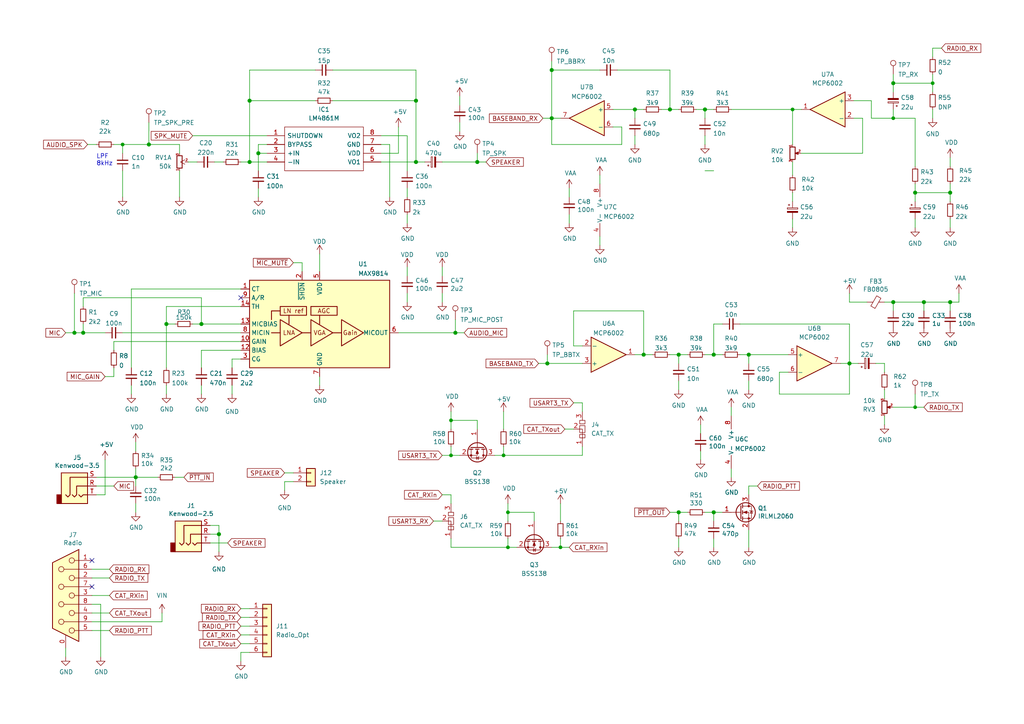
<source format=kicad_sch>
(kicad_sch (version 20230121) (generator eeschema)
  (paper "A4")
  (junction (at 130.81 121.92))
  (junction (at 275.59 87.63) (diameter 1.016))
  (junction (at 74.93 44.45) (diameter 1.016))
  (junction (at 196.85 102.87) (diameter 1.016))
  (junction (at 186.69 102.87) (diameter 1.016))
  (junction (at 24.13 96.52) (diameter 1.016))
  (junction (at 259.08 87.63) (diameter 1.016))
  (junction (at 21.59 96.52) (diameter 1.016))
  (junction (at 132.08 96.52) (diameter 1.016))
  (junction (at 259.08 24.13) (diameter 1.016))
  (junction (at 162.56 158.75))
  (junction (at 120.65 46.99) (diameter 1.016))
  (junction (at 275.59 55.88) (diameter 1.016))
  (junction (at 146.05 132.08))
  (junction (at 147.32 148.59))
  (junction (at 35.56 41.91))
  (junction (at 265.43 55.88) (diameter 1.016))
  (junction (at 246.38 105.41) (diameter 1.016))
  (junction (at 207.01 102.87) (diameter 1.016))
  (junction (at 160.02 34.29) (diameter 1.016))
  (junction (at 48.26 93.98) (diameter 1.016))
  (junction (at 267.97 87.63) (diameter 1.016))
  (junction (at 43.18 41.91) (diameter 1.016))
  (junction (at 147.32 158.75))
  (junction (at 229.87 31.75))
  (junction (at 158.75 105.41) (diameter 1.016))
  (junction (at 63.5 154.94) (diameter 1.016))
  (junction (at 160.02 20.32) (diameter 1.016))
  (junction (at 207.01 148.59) (diameter 1.016))
  (junction (at 184.15 31.75) (diameter 1.016))
  (junction (at 204.47 31.75) (diameter 1.016))
  (junction (at 217.17 102.87) (diameter 1.016))
  (junction (at 72.39 46.99) (diameter 1.016))
  (junction (at 130.81 132.08))
  (junction (at 138.43 46.99) (diameter 1.016))
  (junction (at 270.51 24.13))
  (junction (at 196.85 148.59) (diameter 1.016))
  (junction (at 39.37 138.43) (diameter 1.016))
  (junction (at 72.39 29.21) (diameter 1.016))
  (junction (at 194.31 31.75) (diameter 1.016))
  (junction (at 265.43 118.11))
  (junction (at 259.08 34.29))
  (junction (at 120.65 29.21) (diameter 1.016))
  (junction (at 58.42 93.98) (diameter 1.016))
  (no_connect (at 26.67 170.18))
  (no_connect (at 26.67 162.56))
  (no_connect (at 69.85 86.36))
  (wire (pts (xy 48.26 93.98) (xy 50.8 93.98)))
  (wire (pts (xy 69.85 179.07) (xy 72.39 179.07)))
  (wire (pts (xy 128.27 143.51) (xy 130.81 143.51)))
  (wire (pts (xy 19.05 187.96) (xy 19.05 190.5)))
  (wire (pts (xy 179.07 20.32) (xy 194.31 20.32)))
  (wire (pts (xy 217.17 102.87) (xy 228.6 102.87)))
  (wire (pts (xy 29.21 175.26) (xy 29.21 190.5)))
  (wire (pts (xy 27.94 138.43) (xy 39.37 138.43)))
  (wire (pts (xy 147.32 146.05) (xy 147.32 148.59)))
  (wire (pts (xy 154.94 148.59) (xy 154.94 151.13)))
  (wire (pts (xy 246.38 105.41) (xy 248.92 105.41)))
  (wire (pts (xy 265.43 114.3) (xy 265.43 118.11)))
  (wire (pts (xy 196.85 148.59) (xy 199.39 148.59)))
  (wire (pts (xy 69.85 189.23) (xy 69.85 191.77)))
  (wire (pts (xy 250.19 34.29) (xy 247.65 34.29)))
  (wire (pts (xy 143.51 132.08) (xy 146.05 132.08)))
  (wire (pts (xy 74.93 44.45) (xy 74.93 49.53)))
  (wire (pts (xy 160.02 34.29) (xy 160.02 41.91)))
  (wire (pts (xy 160.02 41.91) (xy 180.34 41.91)))
  (wire (pts (xy 180.34 36.83) (xy 177.8 36.83)))
  (wire (pts (xy 180.34 41.91) (xy 180.34 36.83)))
  (wire (pts (xy 82.55 139.7) (xy 85.09 139.7)))
  (wire (pts (xy 247.65 29.21) (xy 252.73 29.21)))
  (wire (pts (xy 273.05 13.97) (xy 270.51 13.97)))
  (wire (pts (xy 275.59 87.63) (xy 278.13 87.63)))
  (wire (pts (xy 72.39 20.32) (xy 72.39 29.21)))
  (wire (pts (xy 72.39 29.21) (xy 72.39 46.99)))
  (wire (pts (xy 82.55 142.24) (xy 82.55 139.7)))
  (wire (pts (xy 229.87 31.75) (xy 232.41 31.75)))
  (wire (pts (xy 133.35 27.94) (xy 133.35 30.48)))
  (wire (pts (xy 58.42 111.76) (xy 58.42 114.3)))
  (wire (pts (xy 184.15 39.37) (xy 184.15 41.91)))
  (wire (pts (xy 168.91 129.54) (xy 168.91 132.08)))
  (wire (pts (xy 162.56 158.75) (xy 165.1 158.75)))
  (wire (pts (xy 184.15 31.75) (xy 184.15 34.29)))
  (wire (pts (xy 177.8 31.75) (xy 184.15 31.75)))
  (wire (pts (xy 26.67 165.1) (xy 31.75 165.1)))
  (wire (pts (xy 275.59 63.5) (xy 275.59 66.04)))
  (wire (pts (xy 130.81 143.51) (xy 130.81 146.05)))
  (wire (pts (xy 128.27 132.08) (xy 130.81 132.08)))
  (wire (pts (xy 250.19 34.29) (xy 250.19 44.45)))
  (wire (pts (xy 62.23 46.99) (xy 64.77 46.99)))
  (wire (pts (xy 33.02 106.68) (xy 33.02 109.22)))
  (wire (pts (xy 160.02 34.29) (xy 160.02 20.32)))
  (wire (pts (xy 26.67 182.88) (xy 31.75 182.88)))
  (wire (pts (xy 60.96 154.94) (xy 63.5 154.94)))
  (wire (pts (xy 35.56 41.91) (xy 43.18 41.91)))
  (wire (pts (xy 130.81 132.08) (xy 133.35 132.08)))
  (wire (pts (xy 43.18 41.91) (xy 52.07 41.91)))
  (wire (pts (xy 52.07 44.45) (xy 52.07 41.91)))
  (wire (pts (xy 26.67 167.64) (xy 31.75 167.64)))
  (wire (pts (xy 256.54 87.63) (xy 259.08 87.63)))
  (wire (pts (xy 85.09 76.2) (xy 87.63 76.2)))
  (wire (pts (xy 87.63 78.74) (xy 87.63 76.2)))
  (wire (pts (xy 21.59 96.52) (xy 24.13 96.52)))
  (wire (pts (xy 19.05 96.52) (xy 21.59 96.52)))
  (wire (pts (xy 275.59 87.63) (xy 275.59 90.17)))
  (wire (pts (xy 217.17 153.67) (xy 217.17 158.75)))
  (wire (pts (xy 69.85 176.53) (xy 72.39 176.53)))
  (wire (pts (xy 33.02 99.06) (xy 69.85 99.06)))
  (wire (pts (xy 160.02 34.29) (xy 162.56 34.29)))
  (wire (pts (xy 157.48 34.29) (xy 160.02 34.29)))
  (wire (pts (xy 146.05 132.08) (xy 146.05 129.54)))
  (wire (pts (xy 163.83 124.46) (xy 166.37 124.46)))
  (wire (pts (xy 26.67 175.26) (xy 29.21 175.26)))
  (wire (pts (xy 128.27 77.47) (xy 128.27 80.01)))
  (wire (pts (xy 26.67 177.8) (xy 31.75 177.8)))
  (wire (pts (xy 229.87 31.75) (xy 229.87 41.91)))
  (wire (pts (xy 203.2 130.81) (xy 203.2 133.35)))
  (wire (pts (xy 118.11 77.47) (xy 118.11 80.01)))
  (wire (pts (xy 25.4 41.91) (xy 27.94 41.91)))
  (wire (pts (xy 204.47 148.59) (xy 207.01 148.59)))
  (wire (pts (xy 259.08 87.63) (xy 259.08 90.17)))
  (wire (pts (xy 48.26 111.76) (xy 48.26 114.3)))
  (wire (pts (xy 43.18 35.56) (xy 43.18 41.91)))
  (wire (pts (xy 173.99 50.8) (xy 173.99 53.34)))
  (wire (pts (xy 58.42 93.98) (xy 69.85 93.98)))
  (wire (pts (xy 55.88 93.98) (xy 58.42 93.98)))
  (wire (pts (xy 132.08 96.52) (xy 132.08 92.71)))
  (wire (pts (xy 134.62 96.52) (xy 132.08 96.52)))
  (wire (pts (xy 201.93 31.75) (xy 204.47 31.75)))
  (wire (pts (xy 204.47 31.75) (xy 204.47 34.29)))
  (wire (pts (xy 55.88 39.37) (xy 77.47 39.37)))
  (wire (pts (xy 265.43 53.34) (xy 265.43 55.88)))
  (wire (pts (xy 265.43 55.88) (xy 265.43 58.42)))
  (wire (pts (xy 256.54 120.65) (xy 256.54 123.19)))
  (wire (pts (xy 38.1 83.82) (xy 38.1 106.68)))
  (wire (pts (xy 69.85 83.82) (xy 38.1 83.82)))
  (wire (pts (xy 24.13 86.36) (xy 58.42 86.36)))
  (wire (pts (xy 196.85 110.49) (xy 196.85 113.03)))
  (wire (pts (xy 26.67 172.72) (xy 31.75 172.72)))
  (wire (pts (xy 254 105.41) (xy 256.54 105.41)))
  (wire (pts (xy 54.61 46.99) (xy 57.15 46.99)))
  (wire (pts (xy 246.38 87.63) (xy 246.38 85.09)))
  (wire (pts (xy 147.32 158.75) (xy 149.86 158.75)))
  (wire (pts (xy 96.52 29.21) (xy 120.65 29.21)))
  (wire (pts (xy 194.31 148.59) (xy 196.85 148.59)))
  (wire (pts (xy 39.37 135.89) (xy 39.37 138.43)))
  (wire (pts (xy 67.31 104.14) (xy 67.31 106.68)))
  (wire (pts (xy 69.85 104.14) (xy 67.31 104.14)))
  (wire (pts (xy 92.71 73.66) (xy 92.71 78.74)))
  (wire (pts (xy 165.1 54.61) (xy 165.1 57.15)))
  (wire (pts (xy 35.56 49.53) (xy 35.56 57.15)))
  (wire (pts (xy 212.09 118.11) (xy 212.09 120.65)))
  (wire (pts (xy 120.65 46.99) (xy 123.19 46.99)))
  (wire (pts (xy 130.81 129.54) (xy 130.81 132.08)))
  (wire (pts (xy 72.39 189.23) (xy 69.85 189.23)))
  (wire (pts (xy 196.85 102.87) (xy 196.85 105.41)))
  (wire (pts (xy 252.73 34.29) (xy 259.08 34.29)))
  (wire (pts (xy 24.13 86.36) (xy 24.13 88.9)))
  (wire (pts (xy 118.11 62.23) (xy 118.11 64.77)))
  (wire (pts (xy 217.17 102.87) (xy 217.17 105.41)))
  (wire (pts (xy 214.63 102.87) (xy 217.17 102.87)))
  (wire (pts (xy 270.51 24.13) (xy 270.51 26.67)))
  (wire (pts (xy 259.08 87.63) (xy 267.97 87.63)))
  (wire (pts (xy 50.8 138.43) (xy 53.34 138.43)))
  (wire (pts (xy 138.43 46.99) (xy 138.43 44.45)))
  (wire (pts (xy 140.97 46.99) (xy 138.43 46.99)))
  (wire (pts (xy 191.77 31.75) (xy 194.31 31.75)))
  (wire (pts (xy 194.31 31.75) (xy 196.85 31.75)))
  (wire (pts (xy 196.85 151.13) (xy 196.85 148.59)))
  (wire (pts (xy 212.09 138.43) (xy 212.09 135.89)))
  (wire (pts (xy 128.27 46.99) (xy 138.43 46.99)))
  (wire (pts (xy 160.02 20.32) (xy 173.99 20.32)))
  (wire (pts (xy 166.37 116.84) (xy 168.91 116.84)))
  (wire (pts (xy 194.31 102.87) (xy 196.85 102.87)))
  (wire (pts (xy 196.85 102.87) (xy 199.39 102.87)))
  (wire (pts (xy 207.01 102.87) (xy 207.01 93.98)))
  (wire (pts (xy 207.01 93.98) (xy 209.55 93.98)))
  (wire (pts (xy 35.56 96.52) (xy 69.85 96.52)))
  (wire (pts (xy 259.08 24.13) (xy 270.51 24.13)))
  (wire (pts (xy 259.08 26.67) (xy 259.08 24.13)))
  (wire (pts (xy 267.97 87.63) (xy 275.59 87.63)))
  (wire (pts (xy 118.11 85.09) (xy 118.11 87.63)))
  (wire (pts (xy 63.5 154.94) (xy 63.5 160.02)))
  (wire (pts (xy 229.87 46.99) (xy 229.87 50.8)))
  (wire (pts (xy 39.37 138.43) (xy 39.37 140.97)))
  (wire (pts (xy 26.67 180.34) (xy 46.99 180.34)))
  (wire (pts (xy 204.47 39.37) (xy 204.47 41.91)))
  (wire (pts (xy 207.01 102.87) (xy 209.55 102.87)))
  (wire (pts (xy 204.47 102.87) (xy 207.01 102.87)))
  (wire (pts (xy 259.08 34.29) (xy 259.08 31.75)))
  (wire (pts (xy 38.1 111.76) (xy 38.1 114.3)))
  (wire (pts (xy 146.05 119.38) (xy 146.05 124.46)))
  (wire (pts (xy 217.17 140.97) (xy 219.71 140.97)))
  (wire (pts (xy 229.87 63.5) (xy 229.87 66.04)))
  (wire (pts (xy 259.08 21.59) (xy 259.08 24.13)))
  (wire (pts (xy 207.01 148.59) (xy 209.55 148.59)))
  (wire (pts (xy 226.06 107.95) (xy 226.06 114.3)))
  (wire (pts (xy 226.06 114.3) (xy 246.38 114.3)))
  (wire (pts (xy 228.6 107.95) (xy 226.06 107.95)))
  (wire (pts (xy 246.38 105.41) (xy 243.84 105.41)))
  (wire (pts (xy 246.38 114.3) (xy 246.38 105.41)))
  (wire (pts (xy 168.91 116.84) (xy 168.91 119.38)))
  (wire (pts (xy 203.2 123.19) (xy 203.2 125.73)))
  (wire (pts (xy 173.99 68.58) (xy 173.99 71.12)))
  (wire (pts (xy 217.17 143.51) (xy 217.17 140.97)))
  (wire (pts (xy 133.35 35.56) (xy 133.35 38.1)))
  (wire (pts (xy 229.87 55.88) (xy 229.87 58.42)))
  (wire (pts (xy 275.59 53.34) (xy 275.59 55.88)))
  (wire (pts (xy 35.56 41.91) (xy 35.56 44.45)))
  (wire (pts (xy 46.99 177.8) (xy 46.99 180.34)))
  (wire (pts (xy 128.27 85.09) (xy 128.27 87.63)))
  (wire (pts (xy 252.73 29.21) (xy 252.73 34.29)))
  (wire (pts (xy 270.51 31.75) (xy 270.51 34.29)))
  (wire (pts (xy 110.49 39.37) (xy 118.11 39.37)))
  (wire (pts (xy 118.11 39.37) (xy 118.11 49.53)))
  (wire (pts (xy 212.09 31.75) (xy 229.87 31.75)))
  (wire (pts (xy 184.15 31.75) (xy 186.69 31.75)))
  (wire (pts (xy 251.46 87.63) (xy 246.38 87.63)))
  (wire (pts (xy 194.31 20.32) (xy 194.31 31.75)))
  (wire (pts (xy 196.85 156.21) (xy 196.85 158.75)))
  (wire (pts (xy 27.94 140.97) (xy 33.02 140.97)))
  (wire (pts (xy 39.37 138.43) (xy 45.72 138.43)))
  (wire (pts (xy 60.96 152.4) (xy 63.5 152.4)))
  (wire (pts (xy 63.5 152.4) (xy 63.5 154.94)))
  (wire (pts (xy 72.39 46.99) (xy 77.47 46.99)))
  (wire (pts (xy 69.85 46.99) (xy 72.39 46.99)))
  (wire (pts (xy 69.85 181.61) (xy 72.39 181.61)))
  (wire (pts (xy 39.37 128.27) (xy 39.37 130.81)))
  (wire (pts (xy 265.43 118.11) (xy 267.97 118.11)))
  (wire (pts (xy 267.97 87.63) (xy 267.97 90.17)))
  (wire (pts (xy 125.73 151.13) (xy 128.27 151.13)))
  (wire (pts (xy 147.32 156.21) (xy 147.32 158.75)))
  (wire (pts (xy 165.1 62.23) (xy 165.1 64.77)))
  (wire (pts (xy 21.59 85.09) (xy 21.59 96.52)))
  (wire (pts (xy 217.17 110.49) (xy 217.17 113.03)))
  (wire (pts (xy 160.02 158.75) (xy 162.56 158.75)))
  (wire (pts (xy 115.57 96.52) (xy 132.08 96.52)))
  (wire (pts (xy 278.13 87.63) (xy 278.13 85.09)))
  (wire (pts (xy 207.01 148.59) (xy 207.01 151.13)))
  (wire (pts (xy 265.43 34.29) (xy 259.08 34.29)))
  (wire (pts (xy 110.49 46.99) (xy 120.65 46.99)))
  (wire (pts (xy 138.43 121.92) (xy 138.43 124.46)))
  (wire (pts (xy 52.07 49.53) (xy 52.07 57.15)))
  (wire (pts (xy 147.32 148.59) (xy 154.94 148.59)))
  (wire (pts (xy 27.94 143.51) (xy 30.48 143.51)))
  (wire (pts (xy 72.39 29.21) (xy 91.44 29.21)))
  (wire (pts (xy 58.42 93.98) (xy 58.42 86.36)))
  (wire (pts (xy 33.02 41.91) (xy 35.56 41.91)))
  (wire (pts (xy 77.47 44.45) (xy 74.93 44.45)))
  (wire (pts (xy 74.93 41.91) (xy 77.47 41.91)))
  (wire (pts (xy 74.93 44.45) (xy 74.93 41.91)))
  (wire (pts (xy 58.42 101.6) (xy 58.42 106.68)))
  (wire (pts (xy 69.85 101.6) (xy 58.42 101.6)))
  (wire (pts (xy 92.71 109.22) (xy 92.71 111.76)))
  (wire (pts (xy 67.31 111.76) (xy 67.31 114.3)))
  (wire (pts (xy 130.81 156.21) (xy 130.81 158.75)))
  (wire (pts (xy 275.59 45.72) (xy 275.59 48.26)))
  (wire (pts (xy 72.39 20.32) (xy 91.44 20.32)))
  (wire (pts (xy 160.02 17.78) (xy 160.02 20.32)))
  (wire (pts (xy 186.69 102.87) (xy 184.15 102.87)))
  (wire (pts (xy 186.69 90.17) (xy 186.69 102.87)))
  (wire (pts (xy 166.37 90.17) (xy 186.69 90.17)))
  (wire (pts (xy 168.91 100.33) (xy 166.37 100.33)))
  (wire (pts (xy 166.37 100.33) (xy 166.37 90.17)))
  (wire (pts (xy 158.75 105.41) (xy 168.91 105.41)))
  (wire (pts (xy 270.51 21.59) (xy 270.51 24.13)))
  (wire (pts (xy 96.52 20.32) (xy 120.65 20.32)))
  (wire (pts (xy 120.65 20.32) (xy 120.65 29.21)))
  (wire (pts (xy 120.65 29.21) (xy 120.65 46.99)))
  (wire (pts (xy 265.43 63.5) (xy 265.43 66.04)))
  (wire (pts (xy 130.81 158.75) (xy 147.32 158.75)))
  (wire (pts (xy 130.81 119.38) (xy 130.81 121.92)))
  (wire (pts (xy 146.05 132.08) (xy 168.91 132.08)))
  (wire (pts (xy 207.01 49.53) (xy 204.47 49.53)))
  (wire (pts (xy 156.21 105.41) (xy 158.75 105.41)))
  (wire (pts (xy 158.75 105.41) (xy 158.75 102.87)))
  (wire (pts (xy 204.47 31.75) (xy 207.01 31.75)))
  (wire (pts (xy 265.43 34.29) (xy 265.43 48.26)))
  (wire (pts (xy 256.54 105.41) (xy 256.54 107.95)))
  (wire (pts (xy 69.85 186.69) (xy 72.39 186.69)))
  (wire (pts (xy 110.49 41.91) (xy 113.03 41.91)))
  (wire (pts (xy 113.03 41.91) (xy 113.03 57.15)))
  (wire (pts (xy 30.48 143.51) (xy 30.48 133.35)))
  (wire (pts (xy 48.26 93.98) (xy 48.26 106.68)))
  (wire (pts (xy 48.26 88.9) (xy 48.26 93.98)))
  (wire (pts (xy 69.85 88.9) (xy 48.26 88.9)))
  (wire (pts (xy 33.02 99.06) (xy 33.02 101.6)))
  (wire (pts (xy 24.13 93.98) (xy 24.13 96.52)))
  (wire (pts (xy 24.13 96.52) (xy 30.48 96.52)))
  (wire (pts (xy 256.54 113.03) (xy 256.54 115.57)))
  (wire (pts (xy 110.49 44.45) (xy 115.57 44.45)))
  (wire (pts (xy 115.57 36.83) (xy 115.57 44.45)))
  (wire (pts (xy 246.38 93.98) (xy 246.38 105.41)))
  (wire (pts (xy 214.63 93.98) (xy 246.38 93.98)))
  (wire (pts (xy 265.43 55.88) (xy 275.59 55.88)))
  (wire (pts (xy 275.59 55.88) (xy 275.59 58.42)))
  (wire (pts (xy 259.08 118.11) (xy 265.43 118.11)))
  (wire (pts (xy 130.81 121.92) (xy 138.43 121.92)))
  (wire (pts (xy 207.01 156.21) (xy 207.01 158.75)))
  (wire (pts (xy 69.85 184.15) (xy 72.39 184.15)))
  (wire (pts (xy 130.81 121.92) (xy 130.81 124.46)))
  (wire (pts (xy 82.55 137.16) (xy 85.09 137.16)))
  (wire (pts (xy 74.93 54.61) (xy 74.93 57.15)))
  (wire (pts (xy 66.04 157.48) (xy 60.96 157.48)))
  (wire (pts (xy 39.37 146.05) (xy 39.37 148.59)))
  (wire (pts (xy 147.32 148.59) (xy 147.32 151.13)))
  (wire (pts (xy 270.51 13.97) (xy 270.51 16.51)))
  (wire (pts (xy 232.41 44.45) (xy 250.19 44.45)))
  (wire (pts (xy 30.48 109.22) (xy 33.02 109.22)))
  (wire (pts (xy 186.69 102.87) (xy 189.23 102.87)))
  (wire (pts (xy 162.56 158.75) (xy 162.56 156.21)))
  (wire (pts (xy 118.11 54.61) (xy 118.11 57.15)))
  (wire (pts (xy 162.56 146.05) (xy 162.56 151.13)))
  (text "LPF\n8kHz" (at 27.94 48.26 0) (effects (font (size 1.27 1.27)) (justify left bottom)))
  (global_label "CAT_TXout" (shape input) (at 31.75 177.8 0) (property "Intersheetrefs" "${INTERSHEET_REFS}" (effects hide)))
  (global_label "RADIO_RX" (shape input) (at 31.75 165.1 0) (property "Intersheetrefs" "${INTERSHEET_REFS}" (effects hide)))
  (global_label "MIC" (shape input) (at 19.05 96.52 180) (property "Intersheetrefs" "${INTERSHEET_REFS}" (effects hide)))
  (global_label "USART3_TX" (shape input) (at 128.27 132.08 180) (property "Intersheetrefs" "${INTERSHEET_REFS}" (effects hide)))
  (global_label "MIC" (shape input) (at 33.02 140.97 0) (property "Intersheetrefs" "${INTERSHEET_REFS}" (effects hide)))
  (global_label "~{MIC_MUTE}" (shape input) (at 85.09 76.2 180) (property "Intersheetrefs" "${INTERSHEET_REFS}" (effects hide)))
  (global_label "RADIO_TX" (shape input) (at 31.75 167.64 0) (property "Intersheetrefs" "${INTERSHEET_REFS}" (effects hide)))
  (global_label "RADIO_PTT" (shape input) (at 31.75 182.88 0) (property "Intersheetrefs" "${INTERSHEET_REFS}" (effects hide)))
  (global_label "~{PTT_IN}" (shape input) (at 53.34 138.43 0) (property "Intersheetrefs" "${INTERSHEET_REFS}" (effects hide)))
  (global_label "RADIO_TX" (shape input) (at 69.85 179.07 180) (property "Intersheetrefs" "${INTERSHEET_REFS}" (effects hide)))
  (global_label "CAT_RXin" (shape input) (at 69.85 184.15 180) (property "Intersheetrefs" "${INTERSHEET_REFS}" (effects hide)))
  (global_label "CAT_TXout" (shape input) (at 69.85 186.69 180) (property "Intersheetrefs" "${INTERSHEET_REFS}" (effects hide)))
  (global_label "CAT_RXin" (shape input) (at 128.27 143.51 180) (property "Intersheetrefs" "${INTERSHEET_REFS}" (effects hide)))
  (global_label "CAT_RXin" (shape input) (at 165.1 158.75 0) (property "Intersheetrefs" "${INTERSHEET_REFS}" (effects hide)))
  (global_label "RADIO_PTT" (shape input) (at 219.71 140.97 0) (property "Intersheetrefs" "${INTERSHEET_REFS}" (effects hide)))
  (global_label "RADIO_RX" (shape input) (at 273.05 13.97 0) (property "Intersheetrefs" "${INTERSHEET_REFS}" (effects hide)))
  (global_label "CAT_RXin" (shape input) (at 31.75 172.72 0) (property "Intersheetrefs" "${INTERSHEET_REFS}" (effects hide)))
  (global_label "RADIO_PTT" (shape input) (at 69.85 181.61 180) (property "Intersheetrefs" "${INTERSHEET_REFS}" (effects hide)))
  (global_label "~{PTT_OUT}" (shape input) (at 194.31 148.59 180) (property "Intersheetrefs" "${INTERSHEET_REFS}" (effects hide)))
  (global_label "MIC_GAIN" (shape input) (at 30.48 109.22 180) (property "Intersheetrefs" "${INTERSHEET_REFS}" (effects hide)))
  (global_label "AUDIO_SPK" (shape input) (at 25.4 41.91 180) (property "Intersheetrefs" "${INTERSHEET_REFS}" (effects hide)))
  (global_label "CAT_TXout" (shape input) (at 163.83 124.46 180) (property "Intersheetrefs" "${INTERSHEET_REFS}" (effects hide)))
  (global_label "SPEAKER" (shape input) (at 82.55 137.16 180) (property "Intersheetrefs" "${INTERSHEET_REFS}" (effects hide)))
  (global_label "BASEBAND_RX" (shape input) (at 157.48 34.29 180) (property "Intersheetrefs" "${INTERSHEET_REFS}" (effects hide)))
  (global_label "RADIO_RX" (shape input) (at 69.85 176.53 180) (property "Intersheetrefs" "${INTERSHEET_REFS}" (effects hide)))
  (global_label "RADIO_TX" (shape input) (at 267.97 118.11 0) (property "Intersheetrefs" "${INTERSHEET_REFS}" (effects hide)))
  (global_label "USART3_TX" (shape input) (at 166.37 116.84 180) (property "Intersheetrefs" "${INTERSHEET_REFS}" (effects hide)))
  (global_label "AUDIO_MIC" (shape input) (at 134.62 96.52 0) (property "Intersheetrefs" "${INTERSHEET_REFS}" (effects hide)))
  (global_label "SPEAKER" (shape input) (at 140.97 46.99 0) (property "Intersheetrefs" "${INTERSHEET_REFS}" (effects hide)))
  (global_label "BASEBAND_TX" (shape input) (at 156.21 105.41 180) (property "Intersheetrefs" "${INTERSHEET_REFS}" (effects hide)))
  (global_label "USART3_RX" (shape input) (at 125.73 151.13 180) (property "Intersheetrefs" "${INTERSHEET_REFS}" (effects hide)))
  (global_label "SPEAKER" (shape input) (at 66.04 157.48 0) (property "Intersheetrefs" "${INTERSHEET_REFS}" (effects hide)))
  (global_label "SPK_MUTE" (shape input) (at 55.88 39.37 180) (property "Intersheetrefs" "${INTERSHEET_REFS}" (effects hide)))
  (symbol (lib_id "Device:Ferrite_Bead_Small") (at 254 87.63 270) (unit 1)
    (property "Reference" "FB3" (at 254 81.6102 90))
    (property "Value" "FB0805" (at 254 83.9216 90))
    (property "Footprint" "pkl_dipol:L_0805" (effects hide))
  )
  (symbol (lib_id "pkl_device:pkl_C_Small") (at 259.08 92.71 0) (unit 1)
    (property "Reference" "C30" (at 261.4168 91.5416 0) (effects (justify left)))
    (property "Value" "22u" (at 261.4168 93.853 0) (effects (justify left)))
    (property "Footprint" "pkl_dipol:C_0603" (effects hide))
  )
  (symbol (lib_id "pkl_device:pkl_C_Small") (at 267.97 92.71 0) (unit 1)
    (property "Reference" "C33" (at 270.3068 91.5416 0) (effects (justify left)))
    (property "Value" "1u" (at 270.3068 93.853 0) (effects (justify left)))
    (property "Footprint" "pkl_dipol:C_0603" (effects hide))
  )
  (symbol (lib_id "pkl_device:pkl_C_Small") (at 275.59 92.71 0) (unit 1)
    (property "Reference" "C38" (at 277.9268 91.5416 0) (effects (justify left)))
    (property "Value" "100n" (at 277.9268 93.853 0) (effects (justify left)))
    (property "Footprint" "pkl_dipol:C_0603" (effects hide))
  )
  (symbol (lib_id "power:GND") (at 259.08 95.25 0) (unit 1)
    (property "Reference" "#PWR069" (effects hide))
    (property "Value" "GND" (at 259.207 99.6442 0))
  )
  (symbol (lib_id "power:GND") (at 267.97 95.25 0) (unit 1)
    (property "Reference" "#PWR075" (effects hide))
    (property "Value" "GND" (at 268.097 99.6442 0))
  )
  (symbol (lib_id "power:GND") (at 275.59 95.25 0) (unit 1)
    (property "Reference" "#PWR077" (effects hide))
    (property "Value" "GND" (at 275.717 99.6442 0))
  )
  (symbol (lib_id "power:VAA") (at 278.13 85.09 0) (unit 1)
    (property "Reference" "#PWR079" (effects hide))
    (property "Value" "VAA" (at 278.511 80.6958 0))
  )
  (symbol (lib_id "pkl_device:pkl_C_Small") (at 118.11 82.55 0) (unit 1)
    (property "Reference" "C46" (at 120.4468 81.3816 0) (effects (justify left)))
    (property "Value" "100n" (at 120.4468 83.693 0) (effects (justify left)))
    (property "Footprint" "pkl_dipol:C_0603" (effects hide))
  )
  (symbol (lib_id "pkl_device:pkl_C_Small") (at 128.27 82.55 0) (unit 1)
    (property "Reference" "C47" (at 130.6068 81.3816 0) (effects (justify left)))
    (property "Value" "2u2" (at 130.6068 83.693 0) (effects (justify left)))
    (property "Footprint" "pkl_dipol:C_0603" (effects hide))
  )
  (symbol (lib_id "power:GND") (at 118.11 87.63 0) (unit 1)
    (property "Reference" "#PWR095" (effects hide))
    (property "Value" "GND" (at 118.237 92.0242 0))
  )
  (symbol (lib_id "power:GND") (at 128.27 87.63 0) (unit 1)
    (property "Reference" "#PWR098" (effects hide))
    (property "Value" "GND" (at 128.397 92.0242 0))
  )
  (symbol (lib_id "power:+5V") (at 133.35 27.94 0) (unit 1)
    (property "Reference" "#PWR089" (effects hide))
    (property "Value" "+5V" (at 133.731 23.5458 0))
  )
  (symbol (lib_id "pkl_device:pkl_C_Small") (at 133.35 33.02 0) (unit 1)
    (property "Reference" "C43" (at 135.6868 31.8516 0) (effects (justify left)))
    (property "Value" "100n" (at 135.6868 34.163 0) (effects (justify left)))
    (property "Footprint" "pkl_dipol:C_0603" (effects hide))
  )
  (symbol (lib_id "power:GND") (at 133.35 38.1 0) (unit 1)
    (property "Reference" "#PWR090" (effects hide))
    (property "Value" "GND" (at 133.477 42.4942 0))
  )
  (symbol (lib_id "Connector:AudioJack3") (at 22.86 140.97 0) (unit 1)
    (property "Reference" "J5" (at 22.4028 132.715 0))
    (property "Value" "Kenwood-3.5" (at 22.4028 135.0264 0))
    (property "Footprint" "M17-SmartMic:PJ-3136-B" (effects hide))
  )
  (symbol (lib_id "power:GND") (at 63.5 160.02 0) (unit 1)
    (property "Reference" "#PWR067" (effects hide))
    (property "Value" "GND" (at 63.5 165.1 0))
  )
  (symbol (lib_id "power:+5V") (at 30.48 133.35 0) (unit 1)
    (property "Reference" "#PWR068" (effects hide))
    (property "Value" "+5V" (at 30.861 128.9558 0))
  )
  (symbol (lib_id "pkl_device:pkl_R_Small") (at 39.37 133.35 0) (unit 1)
    (property "Reference" "R34" (at 40.8686 132.1816 0) (effects (justify left)))
    (property "Value" "10k" (at 40.8686 134.493 0) (effects (justify left)))
    (property "Footprint" "pkl_dipol:R_0603" (effects hide))
  )
  (symbol (lib_id "power:VDD") (at 39.37 128.27 0) (unit 1)
    (property "Reference" "#PWR072" (effects hide))
    (property "Value" "VDD" (at 39.751 123.8758 0))
  )
  (symbol (lib_id "pkl_device:pkl_C_Small") (at 39.37 143.51 0) (unit 1)
    (property "Reference" "C32" (at 41.7068 142.3416 0) (effects (justify left)))
    (property "Value" "100n" (at 41.7068 144.653 0) (effects (justify left)))
    (property "Footprint" "pkl_dipol:C_0603" (effects hide))
  )
  (symbol (lib_id "power:GND") (at 39.37 148.59 0) (unit 1)
    (property "Reference" "#PWR073" (effects hide))
    (property "Value" "GND" (at 39.497 152.9842 0))
  )
  (symbol (lib_id "pkl_device:pkl_R_Small") (at 48.26 138.43 270) (unit 1)
    (property "Reference" "R35" (at 48.26 133.4516 90))
    (property "Value" "2k2" (at 48.26 135.763 90))
    (property "Footprint" "pkl_dipol:R_0603" (effects hide))
  )
  (symbol (lib_id "power:VAA") (at 173.99 50.8 0) (unit 1)
    (property "Reference" "#PWR0105" (effects hide))
    (property "Value" "VAA" (at 174.371 46.4058 0))
  )
  (symbol (lib_id "power:GND") (at 173.99 71.12 0) (unit 1)
    (property "Reference" "#PWR0106" (effects hide))
    (property "Value" "GND" (at 174.117 75.5142 0))
  )
  (symbol (lib_id "power:VAA") (at 212.09 118.11 0) (unit 1)
    (property "Reference" "#PWR0119" (effects hide))
    (property "Value" "VAA" (at 212.471 113.7158 0))
  )
  (symbol (lib_id "power:GND") (at 212.09 138.43 0) (unit 1)
    (property "Reference" "#PWR0120" (effects hide))
    (property "Value" "GND" (at 212.217 142.8242 0))
  )
  (symbol (lib_id "power:VAA") (at 165.1 54.61 0) (unit 1)
    (property "Reference" "#PWR0102" (effects hide))
    (property "Value" "VAA" (at 165.481 50.2158 0))
  )
  (symbol (lib_id "pkl_device:pkl_C_Small") (at 165.1 59.69 0) (unit 1)
    (property "Reference" "C48" (at 167.4368 58.5216 0) (effects (justify left)))
    (property "Value" "100n" (at 167.4368 60.833 0) (effects (justify left)))
    (property "Footprint" "pkl_dipol:C_0603" (effects hide))
  )
  (symbol (lib_id "power:GND") (at 165.1 64.77 0) (unit 1)
    (property "Reference" "#PWR0103" (effects hide))
    (property "Value" "GND" (at 165.227 69.1642 0))
  )
  (symbol (lib_id "power:VAA") (at 203.2 123.19 0) (unit 1)
    (property "Reference" "#PWR0116" (effects hide))
    (property "Value" "VAA" (at 203.581 118.7958 0))
  )
  (symbol (lib_id "pkl_device:pkl_C_Small") (at 203.2 128.27 0) (unit 1)
    (property "Reference" "C60" (at 205.5368 127.1016 0) (effects (justify left)))
    (property "Value" "100n" (at 205.5368 129.413 0) (effects (justify left)))
    (property "Footprint" "pkl_dipol:C_0603" (effects hide))
  )
  (symbol (lib_id "power:GND") (at 203.2 133.35 0) (unit 1)
    (property "Reference" "#PWR0117" (effects hide))
    (property "Value" "GND" (at 203.327 137.7442 0))
  )
  (symbol (lib_id "pkl_device:pkl_R_Small") (at 196.85 153.67 0) (unit 1)
    (property "Reference" "R49" (at 198.3486 152.5016 0) (effects (justify left)))
    (property "Value" "47k" (at 198.3486 154.813 0) (effects (justify left)))
    (property "Footprint" "pkl_dipol:R_0603" (effects hide))
  )
  (symbol (lib_id "pkl_device:pkl_R_Small") (at 201.93 148.59 270) (unit 1)
    (property "Reference" "R51" (at 201.93 143.6116 90))
    (property "Value" "330" (at 201.93 145.923 90))
    (property "Footprint" "pkl_dipol:R_0603" (effects hide))
  )
  (symbol (lib_id "pkl_device:pkl_C_Small") (at 207.01 153.67 0) (unit 1)
    (property "Reference" "C54" (at 209.3468 152.5016 0) (effects (justify left)))
    (property "Value" "470p" (at 209.3468 154.813 0) (effects (justify left)))
    (property "Footprint" "pkl_dipol:C_0603" (effects hide))
  )
  (symbol (lib_id "Transistor_FET:IRLML2060") (at 214.63 148.59 0) (unit 1)
    (property "Reference" "Q1" (at 219.8116 147.4216 0) (effects (justify left)))
    (property "Value" "IRLML2060" (at 219.8116 149.733 0) (effects (justify left)))
    (property "Footprint" "pkl_housings_sot:SOT-23" (effects hide))
    (property "Datasheet" "https://www.infineon.com/dgdl/irlml2060pbf.pdf?fileId=5546d462533600a401535664b7fb25ee" (effects hide))
  )
  (symbol (lib_id "power:GND") (at 196.85 158.75 0) (unit 1)
    (property "Reference" "#PWR0109" (effects hide))
    (property "Value" "GND" (at 196.977 163.1442 0))
  )
  (symbol (lib_id "power:GND") (at 207.01 158.75 0) (unit 1)
    (property "Reference" "#PWR0111" (effects hide))
    (property "Value" "GND" (at 207.137 163.1442 0))
  )
  (symbol (lib_id "power:GND") (at 217.17 158.75 0) (unit 1)
    (property "Reference" "#PWR0114" (effects hide))
    (property "Value" "GND" (at 217.297 163.1442 0))
  )
  (symbol (lib_id "Connector:DB9_Female_MountingHoles") (at 19.05 172.72 0) (mirror y) (unit 1)
    (property "Reference" "J7" (at 21.1328 155.1432 0))
    (property "Value" "Radio" (at 21.1328 157.4546 0))
    (property "Footprint" "Connector_Dsub:DSUB-9_Female_Horizontal_P2.77x2.84mm_EdgePinOffset4.94mm_Housed_MountingHolesOffset7.48mm" (effects hide))
    (property "Datasheet" " ~" (effects hide))
  )
  (symbol (lib_id "power:GND") (at 19.05 190.5 0) (unit 1)
    (property "Reference" "#PWR096" (effects hide))
    (property "Value" "GND" (at 19.177 194.8942 0))
  )
  (symbol (lib_id "power:GND") (at 29.21 190.5 0) (unit 1)
    (property "Reference" "#PWR099" (effects hide))
    (property "Value" "GND" (at 29.337 194.8942 0))
  )
  (symbol (lib_id "pkl_device:pkl_C_Small") (at 33.02 96.52 90) (unit 1)
    (property "Reference" "C9" (at 33.02 90.9913 90))
    (property "Value" "100n" (at 33.02 93.7664 90))
    (property "Footprint" "pkl_dipol:C_0603" (effects hide))
  )
  (symbol (lib_id "Transistor_FET:BSS138") (at 154.94 156.21 270) (unit 1)
    (property "Reference" "Q3" (at 154.94 163.83 90))
    (property "Value" "BSS138" (at 154.94 166.37 90))
    (property "Footprint" "Package_TO_SOT_SMD:SOT-23" (effects hide))
    (property "Datasheet" "https://www.onsemi.com/pub/Collateral/BSS138-D.PDF" (effects hide))
  )
  (symbol (lib_id "pkl_device:pkl_R_Small") (at 209.55 31.75 90) (unit 1)
    (property "Reference" "R41" (at 209.55 27.0468 90))
    (property "Value" "3k3" (at 209.55 29.8219 90))
    (property "Footprint" "pkl_dipol:R_0603" (effects hide))
  )
  (symbol (lib_id "Connector:TestPoint") (at 21.59 85.09 0) (unit 1)
    (property "Reference" "TP1" (at 22.9871 82.34 0) (effects (justify left)))
    (property "Value" "TP_MIC" (at 22.9871 85.1151 0) (effects (justify left)))
    (property "Footprint" "TestPoint:TestPoint_Pad_D1.0mm" (effects hide))
  )
  (symbol (lib_id "Connector:TestPoint") (at 43.18 35.56 0) (unit 1)
    (property "Reference" "TP2" (at 44.5771 32.81 0) (effects (justify left)))
    (property "Value" "TP_SPK_PRE" (at 44.5771 35.5851 0) (effects (justify left)))
    (property "Footprint" "TestPoint:TestPoint_Pad_D1.0mm" (effects hide))
  )
  (symbol (lib_id "pkl_device:pkl_R_Small") (at 33.02 104.14 0) (unit 1)
    (property "Reference" "R8" (at 34.5187 103.2315 0) (effects (justify left)))
    (property "Value" "0" (at 34.5187 106.0066 0) (effects (justify left)))
    (property "Footprint" "pkl_dipol:R_0603" (effects hide))
  )
  (symbol (lib_id "pkl_device:pkl_R_Small") (at 275.59 50.8 0) (unit 1)
    (property "Reference" "R45" (at 278.13 49.5299 0) (effects (justify left)))
    (property "Value" "22k" (at 278.13 52.0699 0) (effects (justify left)))
    (property "Footprint" "pkl_dipol:R_0603" (effects hide))
  )
  (symbol (lib_id "pkl_device:pkl_R_Small") (at 67.31 46.99 90) (unit 1)
    (property "Reference" "R31" (at 67.31 41.91 90))
    (property "Value" "22k" (at 67.31 44.45 90))
    (property "Footprint" "pkl_dipol:R_0603" (effects hide))
  )
  (symbol (lib_id "Amplifier_Operational:MCP602") (at 170.18 34.29 0) (mirror y) (unit 2)
    (property "Reference" "U7" (at 170.18 25.2434 0))
    (property "Value" "MCP6002" (at 170.18 28.0185 0))
    (property "Footprint" "Package_SO:SOIC-8_3.9x4.9mm_P1.27mm" (effects hide))
    (property "Datasheet" "http://ww1.microchip.com/downloads/en/DeviceDoc/21314g.pdf" (effects hide))
  )
  (symbol (lib_id "power:+5V") (at 246.38 85.09 0) (unit 1)
    (property "Reference" "#PWR065" (effects hide))
    (property "Value" "+5V" (at 246.38 81.4854 0))
  )
  (symbol (lib_id "power:GND") (at 52.07 57.15 0) (unit 1)
    (property "Reference" "#PWR014" (effects hide))
    (property "Value" "GND" (at 52.197 61.5442 0))
  )
  (symbol (lib_id "power:+5V") (at 146.05 119.38 0) (unit 1)
    (property "Reference" "#PWR081" (effects hide))
    (property "Value" "+5V" (at 146.05 115.7754 0))
  )
  (symbol (lib_id "power:GND") (at 48.26 114.3 0) (unit 1)
    (property "Reference" "#PWR021" (effects hide))
    (property "Value" "GND" (at 48.387 118.6942 0))
  )
  (symbol (lib_id "power:GND") (at 58.42 114.3 0) (unit 1)
    (property "Reference" "#PWR026" (effects hide))
    (property "Value" "GND" (at 58.547 118.6942 0))
  )
  (symbol (lib_id "pkl_device:pkl_R_Small") (at 212.09 102.87 90) (unit 1)
    (property "Reference" "R40" (at 212.09 98.1668 90))
    (property "Value" "3k9" (at 212.09 100.9419 90))
    (property "Footprint" "pkl_dipol:R_0603" (effects hide))
  )
  (symbol (lib_id "pkl_device:pkl_R_Small") (at 270.51 29.21 0) (unit 1) (in_bom no)
    (property "Reference" "R55" (at 272.0087 28.3015 0) (effects (justify left)))
    (property "Value" "DNP" (at 272.0087 31.0766 0) (effects (justify left)))
    (property "Footprint" "pkl_dipol:R_0603" (effects hide))
  )
  (symbol (lib_id "power:GND") (at 275.59 66.04 0) (unit 1)
    (property "Reference" "#PWR0122" (effects hide))
    (property "Value" "GND" (at 275.59 70.6026 0))
  )
  (symbol (lib_id "pkl_misc:pkl_double_jumper_ncno") (at 168.91 124.46 90) (unit 1)
    (property "Reference" "J4" (at 171.45 123.1899 90) (effects (justify right)))
    (property "Value" "CAT_TX" (at 171.45 125.7299 90) (effects (justify right)))
    (property "Footprint" "pkl_jumpers:J_NCNO_0903_20" (effects hide))
  )
  (symbol (lib_id "pkl_misc:pkl_double_jumper_ncno") (at 130.81 151.13 90) (unit 1)
    (property "Reference" "J6" (at 133.35 149.8599 90) (effects (justify right)))
    (property "Value" "CAT_TX" (at 133.35 152.3999 90) (effects (justify right)))
    (property "Footprint" "pkl_jumpers:J_NCNO_0903_20" (effects hide))
  )
  (symbol (lib_id "pkl_device:pkl_R_Small") (at 270.51 19.05 0) (unit 1)
    (property "Reference" "R52" (at 272.0087 18.1415 0) (effects (justify left)))
    (property "Value" "0" (at 272.0087 20.9166 0) (effects (justify left)))
    (property "Footprint" "pkl_dipol:R_0603" (effects hide))
  )
  (symbol (lib_id "power:+5V") (at 115.57 36.83 0) (unit 1)
    (property "Reference" "#PWR078" (effects hide))
    (property "Value" "+5V" (at 115.951 32.4358 0))
  )
  (symbol (lib_id "pkl_device:pkl_R_Small") (at 162.56 153.67 0) (unit 1)
    (property "Reference" "R61" (at 164.0586 152.5016 0) (effects (justify left)))
    (property "Value" "10k" (at 164.0586 154.813 0) (effects (justify left)))
    (property "Footprint" "pkl_dipol:R_0603" (effects hide))
  )
  (symbol (lib_id "power:GND") (at 35.56 57.15 0) (unit 1)
    (property "Reference" "#PWR0131" (effects hide))
    (property "Value" "GND" (at 35.687 61.5442 0))
  )
  (symbol (lib_id "Connector:TestPoint") (at 158.75 102.87 0) (unit 1)
    (property "Reference" "TP5" (at 160.1471 100.12 0) (effects (justify left)))
    (property "Value" "TP_BBTX" (at 160.1471 102.8951 0) (effects (justify left)))
    (property "Footprint" "TestPoint:TestPoint_Pad_D1.0mm" (effects hide))
  )
  (symbol (lib_id "pkl_device:pkl_C_Small") (at 35.56 46.99 180) (unit 1)
    (property "Reference" "C10" (at 38.1 45.7135 0) (effects (justify right)))
    (property "Value" "1n" (at 38.1 48.2535 0) (effects (justify right)))
    (property "Footprint" "pkl_dipol:C_0603" (effects hide))
  )
  (symbol (lib_id "power:GND") (at 38.1 114.3 0) (unit 1)
    (property "Reference" "#PWR06" (effects hide))
    (property "Value" "GND" (at 38.227 118.6942 0))
  )
  (symbol (lib_id "power:GND") (at 265.43 66.04 0) (unit 1)
    (property "Reference" "#PWR0115" (effects hide))
    (property "Value" "GND" (at 265.43 70.6026 0))
  )
  (symbol (lib_id "pkl_device:pkl_C_Small") (at 118.11 52.07 0) (unit 1)
    (property "Reference" "C36" (at 120.4342 51.1615 0) (effects (justify left)))
    (property "Value" "100n" (at 120.4342 53.9366 0) (effects (justify left)))
    (property "Footprint" "pkl_dipol:C_0603" (effects hide))
  )
  (symbol (lib_id "pkl_device:pkl_C_Small") (at 176.53 20.32 90) (unit 1)
    (property "Reference" "C45" (at 176.53 14.7913 90))
    (property "Value" "10n" (at 176.53 17.5664 90))
    (property "Footprint" "pkl_dipol:C_0603" (effects hide))
  )
  (symbol (lib_id "pkl_device:pkl_R_Small") (at 147.32 153.67 0) (mirror y) (unit 1)
    (property "Reference" "R59" (at 145.8214 152.5016 0) (effects (justify left)))
    (property "Value" "10k" (at 145.8214 154.813 0) (effects (justify left)))
    (property "Footprint" "pkl_dipol:R_0603" (effects hide))
  )
  (symbol (lib_id "power:VDD") (at 130.81 119.38 0) (unit 1)
    (property "Reference" "#PWR071" (effects hide))
    (property "Value" "VDD" (at 131.191 114.9858 0))
  )
  (symbol (lib_id "Connector:TestPoint") (at 132.08 92.71 0) (unit 1)
    (property "Reference" "TP3" (at 133.4771 89.96 0) (effects (justify left)))
    (property "Value" "TP_MIC_POST" (at 133.4771 92.7351 0) (effects (justify left)))
    (property "Footprint" "TestPoint:TestPoint_Pad_D1.0mm" (effects hide))
  )
  (symbol (lib_id "pkl_device:pkl_R_Small") (at 265.43 50.8 0) (unit 1)
    (property "Reference" "R43" (at 266.9287 49.8915 0) (effects (justify left)))
    (property "Value" "22k" (at 266.9287 52.6666 0) (effects (justify left)))
    (property "Footprint" "pkl_dipol:R_0603" (effects hide))
  )
  (symbol (lib_id "pkl_device:pkl_R_Small") (at 93.98 29.21 90) (unit 1)
    (property "Reference" "R32" (at 93.98 24.13 90))
    (property "Value" "47k" (at 93.98 26.67 90))
    (property "Footprint" "pkl_dipol:R_0603" (effects hide))
  )
  (symbol (lib_id "power:VDD") (at 275.59 45.72 0) (unit 1)
    (property "Reference" "#PWR0121" (effects hide))
    (property "Value" "VDD" (at 275.971 41.3258 0))
  )
  (symbol (lib_id "Transistor_FET:BSS138") (at 138.43 129.54 270) (unit 1)
    (property "Reference" "Q2" (at 138.43 137.16 90))
    (property "Value" "BSS138" (at 138.43 139.7 90))
    (property "Footprint" "Package_TO_SOT_SMD:SOT-23" (effects hide))
    (property "Datasheet" "https://www.onsemi.com/pub/Collateral/BSS138-D.PDF" (effects hide))
  )
  (symbol (lib_id "pkl_device:pkl_R_Small") (at 30.48 41.91 90) (unit 1)
    (property "Reference" "R2" (at 30.48 35.56 90))
    (property "Value" "22k" (at 30.48 38.1 90))
    (property "Footprint" "pkl_dipol:R_0603" (effects hide))
  )
  (symbol (lib_id "pkl_device:pkl_C_Small") (at 184.15 36.83 0) (unit 1)
    (property "Reference" "C49" (at 186.4742 35.9215 0) (effects (justify left)))
    (property "Value" "680p" (at 186.4742 38.6966 0) (effects (justify left)))
    (property "Footprint" "pkl_dipol:C_0603" (effects hide))
  )
  (symbol (lib_id "pkl_device:pkl_R_Small") (at 130.81 127 0) (mirror y) (unit 1)
    (property "Reference" "R58" (at 129.3114 125.8316 0) (effects (justify left)))
    (property "Value" "10k" (at 129.3114 128.143 0) (effects (justify left)))
    (property "Footprint" "pkl_dipol:R_0603" (effects hide))
  )
  (symbol (lib_id "Amplifier_Operational:MCP602") (at 176.53 102.87 0) (mirror x) (unit 1)
    (property "Reference" "U6" (at 176.53 93.8234 0))
    (property "Value" "MCP6002" (at 176.53 96.5985 0))
    (property "Footprint" "Package_SO:SOIC-8_3.9x4.9mm_P1.27mm" (effects hide))
    (property "Datasheet" "http://ww1.microchip.com/downloads/en/DeviceDoc/21314g.pdf" (effects hide))
  )
  (symbol (lib_id "power:GND") (at 67.31 114.3 0) (unit 1)
    (property "Reference" "#PWR027" (effects hide))
    (property "Value" "GND" (at 67.31 119.38 0))
  )
  (symbol (lib_id "power:+5V") (at 162.56 146.05 0) (unit 1)
    (property "Reference" "#PWR082" (effects hide))
    (property "Value" "+5V" (at 162.56 142.4454 0))
  )
  (symbol (lib_id "power:GND") (at 196.85 113.03 0) (unit 1)
    (property "Reference" "#PWR093" (effects hide))
    (property "Value" "GND" (at 196.85 117.5926 0))
  )
  (symbol (lib_id "pkl_device:pkl_CP_Small") (at 259.08 29.21 180) (unit 1)
    (property "Reference" "C58" (at 261.2391 28.3015 0) (effects (justify right)))
    (property "Value" "22u" (at 261.2391 31.0766 0) (effects (justify right)))
    (property "Footprint" "Capacitor_Tantalum_SMD:CP_EIA-3216-18_Kemet-A" (effects hide))
  )
  (symbol (lib_id "pkl_device:pkl_R_Small") (at 199.39 31.75 90) (unit 1)
    (property "Reference" "R39" (at 199.39 27.0468 90))
    (property "Value" "39k" (at 199.39 29.8219 90))
    (property "Footprint" "pkl_dipol:R_0603" (effects hide))
  )
  (symbol (lib_id "Connector:TestPoint") (at 160.02 17.78 0) (unit 1)
    (property "Reference" "TP6" (at 161.4171 15.03 0) (effects (justify left)))
    (property "Value" "TP_BBRX" (at 161.4171 17.8051 0) (effects (justify left)))
    (property "Footprint" "TestPoint:TestPoint_Pad_D1.0mm" (effects hide))
  )
  (symbol (lib_id "power:GND") (at 82.55 142.24 0) (unit 1)
    (property "Reference" "#PWR083" (effects hide))
    (property "Value" "GND" (at 82.55 147.32 0))
  )
  (symbol (lib_id "pkl_device:pkl_C_Small") (at 58.42 109.22 0) (unit 1)
    (property "Reference" "C21" (at 60.7442 108.3115 0) (effects (justify left)))
    (property "Value" "470n" (at 60.7442 111.0866 0) (effects (justify left)))
    (property "Footprint" "pkl_dipol:C_0603" (effects hide))
  )
  (symbol (lib_id "pkl_device:pkl_R_Small") (at 256.54 110.49 0) (unit 1)
    (property "Reference" "R62" (at 259.08 109.22 0) (effects (justify left)))
    (property "Value" "1k" (at 259.08 111.76 0) (effects (justify left)))
    (property "Footprint" "pkl_dipol:R_0603" (effects hide))
  )
  (symbol (lib_id "pkl_device:pkl_C_Small") (at 38.1 109.22 0) (unit 1)
    (property "Reference" "C12" (at 40.4242 108.3115 0) (effects (justify left)))
    (property "Value" "100n" (at 40.4242 111.0866 0) (effects (justify left)))
    (property "Footprint" "pkl_dipol:C_0603" (effects hide))
  )
  (symbol (lib_id "Connector:TestPoint") (at 265.43 114.3 0) (unit 1)
    (property "Reference" "TP8" (at 266.8271 111.55 0) (effects (justify left)))
    (property "Value" "TP_TX" (at 266.8271 114.3251 0) (effects (justify left)))
    (property "Footprint" "TestPoint:TestPoint_Pad_D1.0mm" (effects hide))
  )
  (symbol (lib_id "power:GND") (at 113.03 57.15 0) (unit 1)
    (property "Reference" "#PWR076" (effects hide))
    (property "Value" "GND" (at 113.157 61.5442 0))
  )
  (symbol (lib_id "pkl_device:pkl_C_Small") (at 204.47 36.83 0) (unit 1)
    (property "Reference" "C52" (at 206.7942 35.9215 0) (effects (justify left)))
    (property "Value" "10n" (at 206.7942 38.6966 0) (effects (justify left)))
    (property "Footprint" "pkl_dipol:C_0603" (effects hide))
  )
  (symbol (lib_id "Connector:AudioJack3") (at 55.88 154.94 0) (unit 1)
    (property "Reference" "J1" (at 55.4228 146.685 0))
    (property "Value" "Kenwood-2.5" (at 55.4228 148.9964 0))
    (property "Footprint" "M17-SmartMic:PJ-211A" (effects hide))
    (property "Datasheet" "SJ1-2503A" (effects hide))
  )
  (symbol (lib_id "pkl_device:pkl_R_Small") (at 118.11 59.69 0) (unit 1)
    (property "Reference" "R33" (at 119.6087 58.7815 0) (effects (justify left)))
    (property "Value" "2k" (at 119.6087 61.5566 0) (effects (justify left)))
    (property "Footprint" "pkl_dipol:R_0603" (effects hide))
  )
  (symbol (lib_id "Amplifier_Operational:MCP602") (at 209.55 128.27 0) (mirror y) (unit 3)
    (property "Reference" "U6" (at 213.1061 127.3615 0) (effects (justify right)))
    (property "Value" "MCP6002" (at 213.1061 130.1366 0) (effects (justify right)))
    (property "Footprint" "Package_SO:SOIC-8_3.9x4.9mm_P1.27mm" (effects hide))
    (property "Datasheet" "http://ww1.microchip.com/downloads/en/DeviceDoc/21314g.pdf" (effects hide))
  )
  (symbol (lib_id "pkl_device:pkl_R_Small") (at 229.87 53.34 0) (unit 1)
    (property "Reference" "R42" (at 232.41 52.07 0) (effects (justify left)))
    (property "Value" "10k" (at 232.41 54.61 0) (effects (justify left)))
    (property "Footprint" "pkl_dipol:R_0603" (effects hide))
  )
  (symbol (lib_id "pkl_device:pkl_CP_Small") (at 229.87 60.96 0) (unit 1)
    (property "Reference" "C56" (at 232.0291 60.0515 0) (effects (justify left)))
    (property "Value" "22u" (at 232.0291 62.8266 0) (effects (justify left)))
    (property "Footprint" "Capacitor_Tantalum_SMD:CP_EIA-3216-18_Kemet-A" (effects hide))
  )
  (symbol (lib_id "pkl_device:pkl_C_Small") (at 93.98 20.32 90) (unit 1)
    (property "Reference" "C35" (at 93.98 14.7913 90))
    (property "Value" "15p" (at 93.98 17.5664 90))
    (property "Footprint" "pkl_dipol:C_0603" (effects hide))
  )
  (symbol (lib_id "pkl_device:pkl_R_Small") (at 275.59 60.96 0) (unit 1)
    (property "Reference" "R46" (at 277.0887 60.0515 0) (effects (justify left)))
    (property "Value" "22k" (at 277.0887 62.8266 0) (effects (justify left)))
    (property "Footprint" "pkl_dipol:R_0603" (effects hide))
  )
  (symbol (lib_id "Connector:TestPoint") (at 259.08 21.59 0) (unit 1)
    (property "Reference" "TP7" (at 260.4771 18.84 0) (effects (justify left)))
    (property "Value" "TP_RX" (at 260.4771 21.6151 0) (effects (justify left)))
    (property "Footprint" "TestPoint:TestPoint_Pad_D1.0mm" (effects hide))
  )
  (symbol (lib_id "pkl_device:pkl_C_Small") (at 74.93 52.07 0) (unit 1)
    (property "Reference" "C31" (at 77.2542 51.1615 0) (effects (justify left)))
    (property "Value" "100n" (at 77.2542 53.9366 0) (effects (justify left)))
    (property "Footprint" "pkl_dipol:C_0603" (effects hide))
  )
  (symbol (lib_id "pkl_device:pkl_R_Small") (at 189.23 31.75 90) (unit 1)
    (property "Reference" "R37" (at 189.23 27.0468 90))
    (property "Value" "3k9" (at 189.23 29.8219 90))
    (property "Footprint" "pkl_dipol:R_0603" (effects hide))
  )
  (symbol (lib_id "power:VDD") (at 92.71 73.66 0) (unit 1)
    (property "Reference" "#PWR066" (effects hide))
    (property "Value" "VDD" (at 92.71 70.0554 0))
  )
  (symbol (lib_id "pkl_device:pkl_C_Small") (at 59.69 46.99 90) (unit 1)
    (property "Reference" "C20" (at 59.69 41.4613 90))
    (property "Value" "220n" (at 59.69 44.2364 90))
    (property "Footprint" "pkl_dipol:C_0603" (effects hide))
  )
  (symbol (lib_id "Device:R_Potentiometer_Small") (at 256.54 118.11 0) (mirror x) (unit 1)
    (property "Reference" "RV3" (at 254 118.745 0) (effects (justify right)))
    (property "Value" "10k" (at 254 116.205 0) (effects (justify right)))
    (property "Footprint" "Potentiometer_SMD:Potentiometer_Bourns_3224W_Vertical" (effects hide))
    (property "PartNo" "3224W-1-103E" (effects hide))
  )
  (symbol (lib_id "power:GND") (at 118.11 64.77 0) (unit 1)
    (property "Reference" "#PWR080" (effects hide))
    (property "Value" "GND" (at 118.237 69.1642 0))
  )
  (symbol (lib_id "pkl_device:pkl_C_Small") (at 212.09 93.98 90) (unit 1)
    (property "Reference" "C53" (at 212.09 88.4513 90))
    (property "Value" "10n" (at 212.09 91.2264 90))
    (property "Footprint" "pkl_dipol:C_0603" (effects hide))
  )
  (symbol (lib_id "Amplifier_Operational:MCP602") (at 176.53 60.96 0) (unit 3)
    (property "Reference" "U7" (at 175.0061 60.0515 0) (effects (justify left)))
    (property "Value" "MCP6002" (at 175.0061 62.8266 0) (effects (justify left)))
    (property "Footprint" "Package_SO:SOIC-8_3.9x4.9mm_P1.27mm" (effects hide))
    (property "Datasheet" "http://ww1.microchip.com/downloads/en/DeviceDoc/21314g.pdf" (effects hide))
  )
  (symbol (lib_id "power:GND") (at 92.71 111.76 0) (unit 1)
    (property "Reference" "#PWR070" (effects hide))
    (property "Value" "GND" (at 92.837 116.1542 0))
  )
  (symbol (lib_id "Connector_Generic:Conn_01x06") (at 77.47 181.61 0) (unit 1)
    (property "Reference" "J11" (at 80.01 181.6099 0) (effects (justify left)))
    (property "Value" "Radio_Opt" (at 80.01 184.1499 0) (effects (justify left)))
    (property "Footprint" "Connector_PinHeader_2.54mm:PinHeader_1x06_P2.54mm_Vertical" (effects hide))
  )
  (symbol (lib_id "Module17:LM4861MX_NOPB") (at 77.47 39.37 0) (unit 1)
    (property "Reference" "IC1" (at 93.98 31.75 0))
    (property "Value" "LM4861M" (at 93.98 34.29 0))
    (property "Footprint" "Package_SO:SOIC-8_3.9x4.9mm_P1.27mm" (effects hide))
    (property "Datasheet" "https://www.ti.com/lit/gpn/LM4861" (effects hide))
    (property "Description" "TEXAS INSTRUMENTS - LM4861MX/NOPB - Audio Power Amplifier, 1.1 W, AB, 1 Channel, 2V to 5.5V, SOIC, 8 Pins" (effects hide))
    (property "Height" "1.75" (effects hide))
    (property "Mouser Part Number" "926-LM4861MX/NOPB" (effects hide))
    (property "Mouser Price/Stock" "https://www.mouser.co.uk/ProductDetail/Texas-Instruments/LM4861MX-NOPB?qs=QbsRYf82W3FxTp8pKIvxnw%3D%3D" (effects hide))
    (property "Manufacturer_Name" "Texas Instruments" (effects hide))
    (property "Manufacturer_Part_Number" "LM4861MX/NOPB" (effects hide))
  )
  (symbol (lib_id "power:GND") (at 74.93 57.15 0) (unit 1)
    (property "Reference" "#PWR058" (effects hide))
    (property "Value" "GND" (at 75.057 61.5442 0))
  )
  (symbol (lib_id "power:GND") (at 204.47 41.91 0) (unit 1)
    (property "Reference" "#PWR0100" (effects hide))
    (property "Value" "GND" (at 204.47 46.4726 0))
  )
  (symbol (lib_id "pkl_device:pkl_R_Small") (at 53.34 93.98 90) (unit 1)
    (property "Reference" "R30" (at 53.34 90.5468 90))
    (property "Value" "150k" (at 53.34 92.0519 90))
    (property "Footprint" "pkl_dipol:R_0603" (effects hide))
  )
  (symbol (lib_id "Connector_Generic:Conn_01x02") (at 90.17 137.16 0) (unit 1)
    (property "Reference" "J12" (at 92.71 137.1599 0) (effects (justify left)))
    (property "Value" "Speaker" (at 92.71 139.6999 0) (effects (justify left)))
    (property "Footprint" "Connector_PinHeader_2.54mm:PinHeader_1x02_P2.54mm_Vertical" (effects hide))
  )
  (symbol (lib_id "pkl_device:pkl_R_Small") (at 48.26 109.22 0) (unit 1)
    (property "Reference" "R23" (at 49.7587 108.3115 0) (effects (justify left)))
    (property "Value" "100k" (at 49.7587 111.0866 0) (effects (justify left)))
    (property "Footprint" "pkl_dipol:R_0603" (effects hide))
  )
  (symbol (lib_id "pkl_device:pkl_CP_Small") (at 125.73 46.99 90) (unit 1)
    (property "Reference" "C40" (at 125.73 41.6264 90))
    (property "Value" "470u" (at 125.73 44.4015 90))
    (property "Footprint" "Capacitor_SMD:CP_Elec_6.3x7.7" (effects hide))
  )
  (symbol (lib_id "pkl_device:pkl_CP_Small") (at 251.46 105.41 90) (unit 1)
    (property "Reference" "C57" (at 251.46 100.0464 90))
    (property "Value" "22u" (at 251.46 102.8215 90))
    (property "Footprint" "Capacitor_Tantalum_SMD:CP_EIA-3216-18_Kemet-A" (effects hide))
  )
  (symbol (lib_id "Amplifier_Operational:MCP602") (at 240.03 31.75 0) (mirror y) (unit 1)
    (property "Reference" "U7" (at 240.03 21.59 0))
    (property "Value" "MCP6002" (at 240.03 24.13 0))
    (property "Footprint" "Package_SO:SOIC-8_3.9x4.9mm_P1.27mm" (effects hide))
    (property "Datasheet" "http://ww1.microchip.com/downloads/en/DeviceDoc/21314g.pdf" (effects hide))
  )
  (symbol (lib_id "pkl_device:pkl_C_Small") (at 217.17 107.95 0) (unit 1)
    (property "Reference" "C55" (at 219.4942 107.0415 0) (effects (justify left)))
    (property "Value" "680p" (at 219.4942 109.8166 0) (effects (justify left)))
    (property "Footprint" "pkl_dipol:C_0603" (effects hide))
  )
  (symbol (lib_name "R_Potentiometer_Switch_1") (lib_id "M17-SmartMic:R_Potentiometer_Switch") (at 52.07 46.99 0) (mirror x) (unit 1)
    (property "Reference" "RV1" (at 49.784 45.6945 0) (effects (justify right)))
    (property "Value" "50k" (at 49.784 48.2345 0) (effects (justify right)))
    (property "Footprint" "M17-SmartMic:PTR901" (effects hide))
  )
  (symbol (lib_id "pkl_device:pkl_R_Small") (at 146.05 127 0) (unit 1)
    (property "Reference" "R60" (at 147.5486 125.8316 0) (effects (justify left)))
    (property "Value" "10k" (at 147.5486 128.143 0) (effects (justify left)))
    (property "Footprint" "pkl_dipol:R_0603" (effects hide))
  )
  (symbol (lib_id "pkl_device:pkl_C_Small") (at 196.85 107.95 0) (unit 1)
    (property "Reference" "C51" (at 199.1742 107.0415 0) (effects (justify left)))
    (property "Value" "10n" (at 199.1742 109.8166 0) (effects (justify left)))
    (property "Footprint" "pkl_dipol:C_0603" (effects hide))
  )
  (symbol (lib_id "power:VDD") (at 118.11 77.47 0) (unit 1)
    (property "Reference" "#PWR094" (effects hide))
    (property "Value" "VDD" (at 118.11 73.8654 0))
  )
  (symbol (lib_id "power:GND") (at 270.51 34.29 0) (unit 1)
    (property "Reference" "#PWR0153" (effects hide))
    (property "Value" "GND" (at 270.51 38.8526 0))
  )
  (symbol (lib_id "Device:R_Potentiometer_Small") (at 229.87 44.45 0) (unit 1)
    (property "Reference" "RV2" (at 227.33 43.815 0) (effects (justify right)))
    (property "Value" "10k" (at 227.33 46.355 0) (effects (justify right)))
    (property "Footprint" "Potentiometer_SMD:Potentiometer_Bourns_3224W_Vertical" (effects hide))
    (property "PartNo" "3224W-1-103E" (effects hide))
  )
  (symbol (lib_id "pkl_device:pkl_C_Small") (at 67.31 109.22 0) (unit 1)
    (property "Reference" "C29" (at 69.6342 108.3115 0) (effects (justify left)))
    (property "Value" "2u2" (at 69.6342 111.0866 0) (effects (justify left)))
    (property "Footprint" "pkl_dipol:C_0603" (effects hide))
  )
  (symbol (lib_id "pkl_device:pkl_CP_Small") (at 265.43 60.96 0) (unit 1)
    (property "Reference" "C59" (at 267.5891 60.0515 0) (effects (justify left)))
    (property "Value" "22u" (at 267.5891 62.8266 0) (effects (justify left)))
    (property "Footprint" "Capacitor_Tantalum_SMD:CP_EIA-3216-18_Kemet-A" (effects hide))
  )
  (symbol (lib_id "pkl_power:VIN") (at 46.99 177.8 0) (unit 1)
    (property "Reference" "#PWR0155" (effects hide))
    (property "Value" "VIN" (at 46.99 172.72 0))
  )
  (symbol (lib_id "pkl_device:pkl_R_Small") (at 24.13 91.44 0) (unit 1)
    (property "Reference" "R1" (at 25.6287 90.5315 0) (effects (justify left)))
    (property "Value" "2k2" (at 25.6287 93.3066 0) (effects (justify left)))
    (property "Footprint" "pkl_dipol:R_0603" (effects hide))
  )
  (symbol (lib_id "pkl_device:pkl_R_Small") (at 191.77 102.87 90) (unit 1)
    (property "Reference" "R36" (at 191.77 98.1668 90))
    (property "Value" "3k3" (at 191.77 100.9419 90))
    (property "Footprint" "pkl_dipol:R_0603" (effects hide))
  )
  (symbol (lib_id "pkl_device:pkl_R_Small") (at 201.93 102.87 90) (unit 1)
    (property "Reference" "R38" (at 201.93 98.1668 90))
    (property "Value" "39k" (at 201.93 100.9419 90))
    (property "Footprint" "pkl_dipol:R_0603" (effects hide))
  )
  (symbol (lib_id "power:GND") (at 229.87 66.04 0) (unit 1)
    (property "Reference" "#PWR0110" (effects hide))
    (property "Value" "GND" (at 229.87 70.6026 0))
  )
  (symbol (lib_id "Amplifier_Operational:MCP602") (at 236.22 105.41 0) (unit 2)
    (property "Reference" "U6" (at 236.22 95.25 0))
    (property "Value" "MCP6002" (at 236.22 97.79 0))
    (property "Footprint" "Package_SO:SOIC-8_3.9x4.9mm_P1.27mm" (effects hide))
    (property "Datasheet" "http://ww1.microchip.com/downloads/en/DeviceDoc/21314g.pdf" (effects hide))
  )
  (symbol (lib_id "Amplifier_Audio:MAX9814") (at 92.71 93.98 0) (unit 1)
    (property "Reference" "U1" (at 103.8861 76.5615 0) (effects (justify left)))
    (property "Value" "MAX9814" (at 103.8861 79.3366 0) (effects (justify left)))
    (property "Footprint" "Package_DFN_QFN:DFN-14-1EP_3x3mm_P0.4mm_EP1.78x2.35mm" (effects hide))
    (property "Datasheet" "https://datasheets.maximintegrated.com/en/ds/MAX9814.pdf" (effects hide))
  )
  (symbol (lib_id "power:GND") (at 256.54 123.19 0) (unit 1)
    (property "Reference" "#PWR084" (effects hide))
    (property "Value" "GND" (at 256.667 127.5842 0))
  )
  (symbol (lib_id "power:GND") (at 69.85 191.77 0) (unit 1)
    (property "Reference" "#PWR0154" (effects hide))
    (property "Value" "GND" (at 69.977 196.1642 0))
  )
  (symbol (lib_id "power:GND") (at 217.17 113.03 0) (unit 1)
    (property "Reference" "#PWR0104" (effects hide))
    (property "Value" "GND" (at 217.17 117.5926 0))
  )
  (symbol (lib_id "power:GND") (at 184.15 41.91 0) (unit 1)
    (property "Reference" "#PWR088" (effects hide))
    (property "Value" "GND" (at 184.15 46.4726 0))
  )
  (symbol (lib_id "power:VDD") (at 147.32 146.05 0) (unit 1)
    (property "Reference" "#PWR074" (effects hide))
    (property "Value" "VDD" (at 147.701 141.6558 0))
  )
  (symbol (lib_id "Connector:TestPoint") (at 138.43 44.45 0) (unit 1)
    (property "Reference" "TP4" (at 139.8271 41.7 0) (effects (justify left)))
    (property "Value" "TP_SPK" (at 139.8271 44.4751 0) (effects (justify left)))
    (property "Footprint" "TestPoint:TestPoint_Pad_D1.0mm" (effects hide))
  )
  (symbol (lib_id "power:VDD") (at 128.27 77.47 0) (unit 1)
    (property "Reference" "#PWR097" (effects hide))
    (property "Value" "VDD" (at 128.27 73.8654 0))
  )
)
</source>
